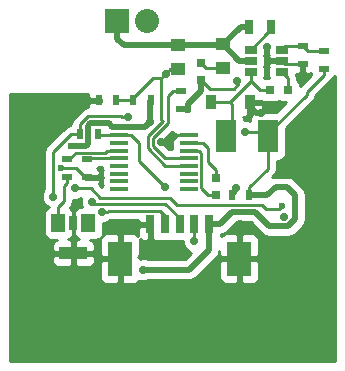
<source format=gbr>
G04 #@! TF.FileFunction,Copper,L1,Top,Signal*
%FSLAX46Y46*%
G04 Gerber Fmt 4.6, Leading zero omitted, Abs format (unit mm)*
G04 Created by KiCad (PCBNEW 4.0.2-stable) date 3/16/2016 8:44:58 PM*
%MOMM*%
G01*
G04 APERTURE LIST*
%ADD10C,0.100000*%
%ADD11R,0.900000X0.500000*%
%ADD12R,0.750000X0.800000*%
%ADD13R,0.800000X0.750000*%
%ADD14R,1.250000X1.000000*%
%ADD15R,0.910000X1.220000*%
%ADD16R,1.778000X2.794000*%
%ADD17R,0.500000X0.900000*%
%ADD18R,0.700000X1.300000*%
%ADD19R,1.200000X1.500000*%
%ADD20R,2.400000X1.100000*%
%ADD21R,0.800000X1.200000*%
%ADD22R,1.000760X0.690880*%
%ADD23R,1.500000X0.450000*%
%ADD24R,2.032000X2.032000*%
%ADD25O,2.032000X2.032000*%
%ADD26R,0.800000X1.600000*%
%ADD27R,2.100000X3.000000*%
%ADD28C,0.700000*%
%ADD29C,0.600000*%
%ADD30C,0.250000*%
%ADD31C,0.500000*%
%ADD32C,0.254000*%
G04 APERTURE END LIST*
D10*
D11*
X159200000Y-84000000D03*
X159200000Y-82500000D03*
D12*
X162150000Y-91300000D03*
X162150000Y-89800000D03*
D13*
X168250000Y-82400000D03*
X166750000Y-82400000D03*
D14*
X158950000Y-78600000D03*
X158950000Y-80600000D03*
X162750000Y-78500000D03*
X162750000Y-80500000D03*
D12*
X160900000Y-81550000D03*
X160900000Y-80050000D03*
D15*
X161765000Y-83400000D03*
X165035000Y-83400000D03*
D16*
X163022000Y-86300000D03*
X166578000Y-86300000D03*
D11*
X149550000Y-88250000D03*
X149550000Y-89750000D03*
X151250000Y-88250000D03*
X151250000Y-89750000D03*
D17*
X152150000Y-86100000D03*
X150650000Y-86100000D03*
X165000000Y-91300000D03*
X163500000Y-91300000D03*
D18*
X164950000Y-77000000D03*
X166850000Y-77000000D03*
D17*
X156650000Y-83250000D03*
X155150000Y-83250000D03*
X153750000Y-83250000D03*
X152250000Y-83250000D03*
D19*
X151370000Y-93660000D03*
X148830000Y-93660000D03*
D20*
X150100000Y-96200000D03*
D21*
X150100000Y-93660000D03*
D11*
X171300000Y-80600000D03*
X171300000Y-79100000D03*
X169500000Y-78650000D03*
X169500000Y-80150000D03*
D22*
X167750480Y-80849960D03*
X167750480Y-79900000D03*
X167750480Y-78950040D03*
X165149520Y-78950040D03*
X165149520Y-79900000D03*
X165149520Y-80849960D03*
D23*
X159850000Y-90765000D03*
X159850000Y-90115000D03*
X159850000Y-89465000D03*
X159850000Y-88815000D03*
X159850000Y-88165000D03*
X159850000Y-87515000D03*
X159850000Y-86865000D03*
X159850000Y-86215000D03*
X153950000Y-86215000D03*
X153950000Y-86865000D03*
X153950000Y-87515000D03*
X153950000Y-88165000D03*
X153950000Y-88815000D03*
X153950000Y-89465000D03*
X153950000Y-90115000D03*
X153950000Y-90765000D03*
D24*
X153800000Y-76500000D03*
D25*
X156340000Y-76500000D03*
D26*
X156600000Y-93750000D03*
X157850000Y-93750000D03*
X159100000Y-93750000D03*
X160350000Y-93750000D03*
X161600000Y-93750000D03*
D27*
X154050000Y-96650000D03*
X164150000Y-96650000D03*
D28*
X157900000Y-81000000D03*
D29*
X149025007Y-89005654D03*
X158950000Y-95300000D03*
D28*
X166500000Y-78700000D03*
X169800000Y-81400000D03*
X157500000Y-86800000D03*
X165991746Y-84352998D03*
X160900000Y-80050000D03*
X167900000Y-93100000D03*
X164200000Y-93694990D03*
D29*
X159800000Y-84100000D03*
X149900011Y-87099989D03*
D28*
X156600000Y-85100000D03*
X156000000Y-97600000D03*
X164600000Y-85900000D03*
X163950000Y-81600000D03*
X152500000Y-92675010D03*
X151700000Y-91824990D03*
X160350000Y-95200000D03*
X148400000Y-91400000D03*
X154700000Y-84699989D03*
D29*
X167750000Y-92200000D03*
D28*
X150200000Y-90700000D03*
X157825000Y-90600000D03*
X163850000Y-90690011D03*
D30*
X155150000Y-83250000D02*
X153750000Y-83250000D01*
X157550001Y-81349999D02*
X156850001Y-81349999D01*
X156850001Y-81349999D02*
X155150000Y-83050000D01*
X155150000Y-83050000D02*
X155150000Y-83250000D01*
X157900000Y-81000000D02*
X157550001Y-81349999D01*
X159850000Y-88815000D02*
X157879588Y-88815000D01*
X157879588Y-88815000D02*
X156374989Y-87310401D01*
X156374989Y-87310401D02*
X156374990Y-86289598D01*
X156374990Y-86289598D02*
X157649990Y-85014598D01*
X157649990Y-85014598D02*
X157550001Y-84914609D01*
X157550001Y-84914609D02*
X157550001Y-81349999D01*
X158950000Y-80600000D02*
X158300000Y-80600000D01*
X158300000Y-80600000D02*
X157900000Y-81000000D01*
X159850000Y-86215000D02*
X158850000Y-86215000D01*
X158850000Y-86215000D02*
X158265000Y-86800000D01*
X158265000Y-86800000D02*
X157994974Y-86800000D01*
X157500000Y-86800000D02*
X157994974Y-86800000D01*
X151250000Y-89750000D02*
X151050000Y-89750000D01*
X151050000Y-89750000D02*
X150305654Y-89005654D01*
X150305654Y-89005654D02*
X149025007Y-89005654D01*
X162750000Y-80500000D02*
X161350000Y-80500000D01*
X161350000Y-80500000D02*
X160900000Y-80050000D01*
D31*
X166500000Y-79649900D02*
X166500000Y-78700000D01*
X167750480Y-79900000D02*
X166750100Y-79900000D01*
X166750100Y-79900000D02*
X166500000Y-79649900D01*
X169500000Y-81100000D02*
X169800000Y-81400000D01*
X169500000Y-80150000D02*
X169500000Y-81100000D01*
X165035000Y-83835000D02*
X165552998Y-84352998D01*
X165552998Y-84352998D02*
X165991746Y-84352998D01*
X165035000Y-83400000D02*
X165035000Y-83835000D01*
D30*
X169500000Y-80150000D02*
X168000480Y-80150000D01*
X168000480Y-80150000D02*
X167750480Y-79900000D01*
X159800000Y-84100000D02*
X159300000Y-84100000D01*
X159300000Y-84100000D02*
X159200000Y-84000000D01*
D31*
X160900000Y-81550000D02*
X160900000Y-82450000D01*
X159800000Y-83550000D02*
X159800000Y-83605026D01*
X160900000Y-82450000D02*
X159800000Y-83550000D01*
X159800000Y-83605026D02*
X159800000Y-84100000D01*
X153400000Y-85499999D02*
X153100000Y-85199999D01*
X153100000Y-85199999D02*
X151539999Y-85199999D01*
X151539999Y-85199999D02*
X151350001Y-85389997D01*
X151350001Y-85389997D02*
X151350001Y-86910001D01*
X151350001Y-86910001D02*
X151160013Y-87099989D01*
X151160013Y-87099989D02*
X149900011Y-87099989D01*
X156600000Y-85100000D02*
X156600000Y-83300000D01*
X156600000Y-83300000D02*
X156650000Y-83250000D01*
D30*
X155175001Y-85374999D02*
X153400000Y-85499999D01*
D31*
X156200001Y-85499999D02*
X154233189Y-85499999D01*
X156600000Y-85100000D02*
X156200001Y-85499999D01*
X154233189Y-85499999D02*
X153400000Y-85499999D01*
X161600000Y-95900000D02*
X159900000Y-97600000D01*
X159900000Y-97600000D02*
X156000000Y-97600000D01*
X161600000Y-93750000D02*
X161600000Y-95900000D01*
X165000000Y-91300000D02*
X166515998Y-91300000D01*
X166515998Y-91300000D02*
X167215999Y-90599999D01*
X167215999Y-90599999D02*
X168199999Y-90599999D01*
X166700001Y-93900001D02*
X165500000Y-92700000D01*
X168199999Y-90599999D02*
X168900000Y-91300000D01*
X165500000Y-92700000D02*
X163550000Y-92700000D01*
X162500000Y-93750000D02*
X161600000Y-93750000D01*
X168900000Y-91300000D02*
X168900000Y-93284002D01*
X163550000Y-92700000D02*
X162500000Y-93750000D01*
X168900000Y-93284002D02*
X168284001Y-93900001D01*
X168284001Y-93900001D02*
X166700001Y-93900001D01*
D30*
X171300000Y-80600000D02*
X171300000Y-81100000D01*
X171300000Y-81100000D02*
X169850000Y-82550000D01*
X169850000Y-82550000D02*
X169850000Y-82770000D01*
X164600000Y-85900000D02*
X166178000Y-85900000D01*
X166178000Y-85900000D02*
X166578000Y-86300000D01*
X165000000Y-91300000D02*
X165000000Y-91500000D01*
X166578000Y-86300000D02*
X166578000Y-86808000D01*
X165000000Y-90600000D02*
X166578000Y-89022000D01*
X166578000Y-89022000D02*
X166578000Y-86300000D01*
X165000000Y-90600000D02*
X165000000Y-91300000D01*
X167078000Y-86050000D02*
X167078000Y-86558000D01*
X169850000Y-82770000D02*
X167078000Y-85542000D01*
X167078000Y-85542000D02*
X167078000Y-86050000D01*
X163700000Y-82250000D02*
X164073482Y-81876518D01*
X164073482Y-81876518D02*
X164073482Y-81789998D01*
X161625000Y-82250000D02*
X163700000Y-82250000D01*
X160750000Y-81350000D02*
X160750000Y-81375000D01*
X160750000Y-81375000D02*
X161625000Y-82250000D01*
D31*
X158950000Y-78600000D02*
X162650000Y-78600000D01*
X162650000Y-78600000D02*
X162750000Y-78500000D01*
X158950000Y-78600000D02*
X154384000Y-78600000D01*
X154384000Y-78600000D02*
X153800000Y-78016000D01*
X153800000Y-78016000D02*
X153800000Y-76500000D01*
X165149520Y-79900000D02*
X164150000Y-79900000D01*
X164150000Y-79900000D02*
X162750000Y-78500000D01*
X164950000Y-77000000D02*
X164250000Y-77000000D01*
X164250000Y-77000000D02*
X162750000Y-78500000D01*
D30*
X159075000Y-78600000D02*
X158950000Y-78600000D01*
X152500000Y-92675010D02*
X152994974Y-92675010D01*
X157424999Y-92624999D02*
X157850000Y-93050000D01*
X152994974Y-92675010D02*
X153044985Y-92624999D01*
X153044985Y-92624999D02*
X157424999Y-92624999D01*
X157850000Y-93050000D02*
X157850000Y-93750000D01*
X157885002Y-92000000D02*
X151800000Y-92000000D01*
X159100000Y-93214998D02*
X157885002Y-92000000D01*
X151800000Y-92000000D02*
X151800000Y-91924990D01*
X151800000Y-91924990D02*
X151700000Y-91824990D01*
X159100000Y-93750000D02*
X159100000Y-93214998D01*
X159100000Y-93750000D02*
X159100000Y-94285002D01*
X160350000Y-94800000D02*
X160350000Y-95200000D01*
X160350000Y-93750000D02*
X160350000Y-94800000D01*
X150650000Y-86100000D02*
X149900998Y-86100000D01*
X149900998Y-86100000D02*
X148400000Y-87600998D01*
X148400000Y-87600998D02*
X148400000Y-90905026D01*
X148400000Y-90905026D02*
X148400000Y-91400000D01*
X154105037Y-84600000D02*
X151326812Y-84600000D01*
X150650000Y-85276812D02*
X150650000Y-85400000D01*
X150650000Y-85400000D02*
X150650000Y-86100000D01*
X151326812Y-84600000D02*
X150650000Y-85276812D01*
X154700000Y-84699989D02*
X154205026Y-84699989D01*
X154205026Y-84699989D02*
X154105037Y-84600000D01*
X154700000Y-84700000D02*
X154700000Y-84699989D01*
X166850000Y-77000000D02*
X166850000Y-77249560D01*
X166850000Y-77249560D02*
X166450000Y-77649560D01*
X166450000Y-77649560D02*
X165149520Y-78950040D01*
X171300000Y-79100000D02*
X169950000Y-79100000D01*
X169950000Y-79100000D02*
X169500000Y-78650000D01*
X169500000Y-78650000D02*
X168050520Y-78650000D01*
X168050520Y-78650000D02*
X167750480Y-78950040D01*
X167525001Y-92424999D02*
X167750000Y-92200000D01*
X166074990Y-92124990D02*
X166374999Y-92424999D01*
X166374999Y-92424999D02*
X167525001Y-92424999D01*
X158875001Y-92075001D02*
X158924990Y-92124990D01*
X158924990Y-92124990D02*
X166074990Y-92124990D01*
X158300000Y-91500000D02*
X158875001Y-92075001D01*
X152374012Y-91500000D02*
X158300000Y-91500000D01*
X152374012Y-91500000D02*
X151574012Y-90700000D01*
X151574012Y-90700000D02*
X150200000Y-90700000D01*
X153950000Y-86215000D02*
X152235000Y-86215000D01*
X152235000Y-86215000D02*
X152150000Y-86300000D01*
X157825000Y-90600000D02*
X155650000Y-88425000D01*
X155650000Y-86850000D02*
X155015000Y-86215000D01*
X155015000Y-86215000D02*
X153950000Y-86215000D01*
X155650000Y-88425000D02*
X155650000Y-86850000D01*
X168250000Y-82400000D02*
X168250000Y-81349480D01*
X168250000Y-81349480D02*
X167750480Y-80849960D01*
X163522000Y-86050000D02*
X163522000Y-83533518D01*
X163522000Y-83533518D02*
X163388482Y-83400000D01*
X166750000Y-82400000D02*
X165910558Y-82400000D01*
X165910558Y-82400000D02*
X165149520Y-81638962D01*
X165149520Y-80849960D02*
X165149520Y-81638962D01*
X161765000Y-83400000D02*
X163388482Y-83400000D01*
X163388482Y-83400000D02*
X165149520Y-81638962D01*
X159850000Y-87515000D02*
X160760002Y-87515000D01*
X160760002Y-87515000D02*
X160925001Y-87679999D01*
X160925001Y-87679999D02*
X160925001Y-90700001D01*
X160925001Y-90700001D02*
X161525000Y-91300000D01*
X161525000Y-91300000D02*
X162150000Y-91300000D01*
X161500000Y-87250000D02*
X161500000Y-88500000D01*
X161500000Y-88500000D02*
X162150000Y-89150000D01*
X162150000Y-89150000D02*
X162150000Y-89800000D01*
X161115000Y-86865000D02*
X161500000Y-87250000D01*
X160850000Y-86865000D02*
X161115000Y-86865000D01*
X160915000Y-86865000D02*
X160850000Y-86865000D01*
X160850000Y-86865000D02*
X159850000Y-86865000D01*
X159850000Y-88165000D02*
X157865998Y-88165000D01*
X158500000Y-82500000D02*
X159200000Y-82500000D01*
X157865998Y-88165000D02*
X156824999Y-87124001D01*
X156824999Y-87124001D02*
X156824999Y-86475999D01*
X156824999Y-86475999D02*
X158100000Y-85200998D01*
X158100000Y-85200998D02*
X158100000Y-82900000D01*
X158100000Y-82900000D02*
X158500000Y-82500000D01*
X153950000Y-87515000D02*
X152950000Y-87515000D01*
X152950000Y-87515000D02*
X152790001Y-87674999D01*
X152790001Y-87674999D02*
X150325001Y-87674999D01*
X150325001Y-87674999D02*
X149750000Y-88250000D01*
X149750000Y-88250000D02*
X149550000Y-88250000D01*
X149300000Y-91800000D02*
X148830000Y-92270000D01*
X148830000Y-92270000D02*
X148830000Y-93660000D01*
X149300000Y-90500000D02*
X149300000Y-91800000D01*
X149550000Y-90250000D02*
X149300000Y-90500000D01*
X149550000Y-89750000D02*
X149550000Y-90250000D01*
X149550000Y-89750000D02*
X149530000Y-89770000D01*
X151250000Y-88250000D02*
X151450000Y-88250000D01*
X153950000Y-88165000D02*
X151335000Y-88165000D01*
X151335000Y-88165000D02*
X151250000Y-88250000D01*
X163850000Y-90690011D02*
X163850000Y-90950000D01*
X163850000Y-90950000D02*
X163500000Y-91300000D01*
X163400000Y-91200000D02*
X163500000Y-91300000D01*
X163500000Y-91300000D02*
X163500000Y-91500000D01*
D32*
G36*
X172290000Y-105290000D02*
X144710000Y-105290000D01*
X144710000Y-96485750D01*
X148265000Y-96485750D01*
X148265000Y-96876310D01*
X148361673Y-97109699D01*
X148540302Y-97288327D01*
X148773691Y-97385000D01*
X149814250Y-97385000D01*
X149973000Y-97226250D01*
X149973000Y-96327000D01*
X150227000Y-96327000D01*
X150227000Y-97226250D01*
X150385750Y-97385000D01*
X151426309Y-97385000D01*
X151659698Y-97288327D01*
X151838327Y-97109699D01*
X151910379Y-96935750D01*
X152365000Y-96935750D01*
X152365000Y-98276310D01*
X152461673Y-98509699D01*
X152640302Y-98688327D01*
X152873691Y-98785000D01*
X153764250Y-98785000D01*
X153923000Y-98626250D01*
X153923000Y-96777000D01*
X152523750Y-96777000D01*
X152365000Y-96935750D01*
X151910379Y-96935750D01*
X151935000Y-96876310D01*
X151935000Y-96485750D01*
X151776250Y-96327000D01*
X150227000Y-96327000D01*
X149973000Y-96327000D01*
X148423750Y-96327000D01*
X148265000Y-96485750D01*
X144710000Y-96485750D01*
X144710000Y-82727000D01*
X151365000Y-82727000D01*
X151365000Y-82964250D01*
X151523750Y-83123000D01*
X152125000Y-83123000D01*
X152125000Y-83103000D01*
X152375000Y-83103000D01*
X152375000Y-83123000D01*
X152397000Y-83123000D01*
X152397000Y-83377000D01*
X152375000Y-83377000D01*
X152375000Y-83397000D01*
X152125000Y-83397000D01*
X152125000Y-83377000D01*
X151523750Y-83377000D01*
X151365000Y-83535750D01*
X151365000Y-83826310D01*
X151370671Y-83840000D01*
X151326812Y-83840000D01*
X151035973Y-83897852D01*
X150789411Y-84062599D01*
X150112599Y-84739411D01*
X149947852Y-84985973D01*
X149891459Y-85269479D01*
X149834194Y-85353288D01*
X149610159Y-85397852D01*
X149363597Y-85562599D01*
X147862599Y-87063597D01*
X147697852Y-87310159D01*
X147640000Y-87600998D01*
X147640000Y-90766889D01*
X147565445Y-90841314D01*
X147415172Y-91203212D01*
X147414830Y-91595069D01*
X147564471Y-91957229D01*
X147841314Y-92234555D01*
X148008933Y-92304157D01*
X147994683Y-92306838D01*
X147778559Y-92445910D01*
X147633569Y-92658110D01*
X147582560Y-92910000D01*
X147582560Y-94410000D01*
X147626838Y-94645317D01*
X147765910Y-94861441D01*
X147978110Y-95006431D01*
X148230000Y-95057440D01*
X148671232Y-95057440D01*
X148540302Y-95111673D01*
X148361673Y-95290301D01*
X148265000Y-95523690D01*
X148265000Y-95914250D01*
X148423750Y-96073000D01*
X149973000Y-96073000D01*
X149973000Y-95173750D01*
X149814250Y-95015000D01*
X149655549Y-95015000D01*
X149665317Y-95013162D01*
X149881441Y-94874090D01*
X150026431Y-94661890D01*
X150077440Y-94410000D01*
X150077440Y-92910000D01*
X150033162Y-92674683D01*
X149894090Y-92458559D01*
X149788434Y-92386368D01*
X149837401Y-92337401D01*
X150002148Y-92090840D01*
X150060000Y-91800000D01*
X150060000Y-91684878D01*
X150395069Y-91685170D01*
X150752913Y-91537313D01*
X150715172Y-91628202D01*
X150714830Y-92020059D01*
X150815029Y-92262560D01*
X150770000Y-92262560D01*
X150534683Y-92306838D01*
X150318559Y-92445910D01*
X150173569Y-92658110D01*
X150122560Y-92910000D01*
X150122560Y-94410000D01*
X150166838Y-94645317D01*
X150305910Y-94861441D01*
X150518110Y-95006431D01*
X150560425Y-95015000D01*
X150385750Y-95015000D01*
X150227000Y-95173750D01*
X150227000Y-96073000D01*
X151776250Y-96073000D01*
X151935000Y-95914250D01*
X151935000Y-95523690D01*
X151838327Y-95290301D01*
X151659698Y-95111673D01*
X151528768Y-95057440D01*
X151970000Y-95057440D01*
X152205317Y-95013162D01*
X152421441Y-94874090D01*
X152435473Y-94853554D01*
X152365000Y-95023690D01*
X152365000Y-96364250D01*
X152523750Y-96523000D01*
X153923000Y-96523000D01*
X153923000Y-94673750D01*
X153764250Y-94515000D01*
X152873691Y-94515000D01*
X152640302Y-94611673D01*
X152515404Y-94736570D01*
X152566431Y-94661890D01*
X152617440Y-94410000D01*
X152617440Y-93660112D01*
X152695069Y-93660180D01*
X153057229Y-93510539D01*
X153167210Y-93400750D01*
X153246394Y-93384999D01*
X155565000Y-93384999D01*
X155565000Y-93464250D01*
X155723750Y-93623000D01*
X156473000Y-93623000D01*
X156473000Y-93603000D01*
X156727000Y-93603000D01*
X156727000Y-93623000D01*
X156747000Y-93623000D01*
X156747000Y-93877000D01*
X156727000Y-93877000D01*
X156727000Y-95026250D01*
X156885750Y-95185000D01*
X157126309Y-95185000D01*
X157212424Y-95149330D01*
X157450000Y-95197440D01*
X158250000Y-95197440D01*
X158483260Y-95153549D01*
X158700000Y-95197440D01*
X159365002Y-95197440D01*
X159364830Y-95395069D01*
X159514471Y-95757229D01*
X159791314Y-96034555D01*
X160089887Y-96158533D01*
X159533420Y-96715000D01*
X156437201Y-96715000D01*
X156196788Y-96615172D01*
X155804931Y-96614830D01*
X155735000Y-96643725D01*
X155735000Y-96522998D01*
X155576252Y-96522998D01*
X155735000Y-96364250D01*
X155735000Y-95023690D01*
X155706246Y-94954272D01*
X155840302Y-95088327D01*
X156073691Y-95185000D01*
X156314250Y-95185000D01*
X156473000Y-95026250D01*
X156473000Y-93877000D01*
X155723750Y-93877000D01*
X155565000Y-94035750D01*
X155565000Y-94676310D01*
X155593754Y-94745728D01*
X155459698Y-94611673D01*
X155226309Y-94515000D01*
X154335750Y-94515000D01*
X154177000Y-94673750D01*
X154177000Y-96523000D01*
X154197000Y-96523000D01*
X154197000Y-96777000D01*
X154177000Y-96777000D01*
X154177000Y-98626250D01*
X154335750Y-98785000D01*
X155226309Y-98785000D01*
X155459698Y-98688327D01*
X155633619Y-98514407D01*
X155803212Y-98584828D01*
X156195069Y-98585170D01*
X156437500Y-98485000D01*
X159899995Y-98485000D01*
X159900000Y-98485001D01*
X160182484Y-98428810D01*
X160238675Y-98417633D01*
X160525790Y-98225790D01*
X161815829Y-96935750D01*
X162465000Y-96935750D01*
X162465000Y-98276310D01*
X162561673Y-98509699D01*
X162740302Y-98688327D01*
X162973691Y-98785000D01*
X163864250Y-98785000D01*
X164023000Y-98626250D01*
X164023000Y-96777000D01*
X164277000Y-96777000D01*
X164277000Y-98626250D01*
X164435750Y-98785000D01*
X165326309Y-98785000D01*
X165559698Y-98688327D01*
X165738327Y-98509699D01*
X165835000Y-98276310D01*
X165835000Y-96935750D01*
X165676250Y-96777000D01*
X164277000Y-96777000D01*
X164023000Y-96777000D01*
X162623750Y-96777000D01*
X162465000Y-96935750D01*
X161815829Y-96935750D01*
X162225787Y-96525792D01*
X162225790Y-96525790D01*
X162417633Y-96238675D01*
X162450588Y-96073000D01*
X162465000Y-96000549D01*
X162465000Y-96364250D01*
X162623750Y-96523000D01*
X164023000Y-96523000D01*
X164023000Y-94673750D01*
X164277000Y-94673750D01*
X164277000Y-96523000D01*
X165676250Y-96523000D01*
X165835000Y-96364250D01*
X165835000Y-95023690D01*
X165738327Y-94790301D01*
X165559698Y-94611673D01*
X165326309Y-94515000D01*
X164435750Y-94515000D01*
X164277000Y-94673750D01*
X164023000Y-94673750D01*
X163864250Y-94515000D01*
X162973691Y-94515000D01*
X162740302Y-94611673D01*
X162608200Y-94743775D01*
X162635693Y-94608009D01*
X162797411Y-94575841D01*
X162838675Y-94567633D01*
X163125790Y-94375790D01*
X163916579Y-93585000D01*
X165133420Y-93585000D01*
X166074209Y-94525788D01*
X166074211Y-94525791D01*
X166361326Y-94717634D01*
X166417517Y-94728811D01*
X166700001Y-94785002D01*
X166700006Y-94785001D01*
X168283996Y-94785001D01*
X168284001Y-94785002D01*
X168566485Y-94728811D01*
X168622676Y-94717634D01*
X168909791Y-94525791D01*
X169525787Y-93909794D01*
X169525790Y-93909792D01*
X169717633Y-93622677D01*
X169724650Y-93587401D01*
X169785001Y-93284002D01*
X169785000Y-93283997D01*
X169785000Y-91300005D01*
X169785001Y-91300000D01*
X169717633Y-90961326D01*
X169717633Y-90961325D01*
X169525790Y-90674210D01*
X169525787Y-90674208D01*
X168825789Y-89974209D01*
X168769859Y-89936838D01*
X168538674Y-89782366D01*
X168453607Y-89765445D01*
X168199999Y-89714998D01*
X168199994Y-89714999D01*
X167216004Y-89714999D01*
X167215999Y-89714998D01*
X166962391Y-89765445D01*
X166896188Y-89778614D01*
X167115401Y-89559401D01*
X167280148Y-89312839D01*
X167338000Y-89022000D01*
X167338000Y-88344440D01*
X167467000Y-88344440D01*
X167702317Y-88300162D01*
X167918441Y-88161090D01*
X168063431Y-87948890D01*
X168114440Y-87697000D01*
X168114440Y-85580362D01*
X170387401Y-83307401D01*
X170552148Y-83060839D01*
X170586460Y-82888342D01*
X171837401Y-81637401D01*
X171956937Y-81458502D01*
X171985317Y-81453162D01*
X172201441Y-81314090D01*
X172290000Y-81184480D01*
X172290000Y-105290000D01*
X172290000Y-105290000D01*
G37*
X172290000Y-105290000D02*
X144710000Y-105290000D01*
X144710000Y-96485750D01*
X148265000Y-96485750D01*
X148265000Y-96876310D01*
X148361673Y-97109699D01*
X148540302Y-97288327D01*
X148773691Y-97385000D01*
X149814250Y-97385000D01*
X149973000Y-97226250D01*
X149973000Y-96327000D01*
X150227000Y-96327000D01*
X150227000Y-97226250D01*
X150385750Y-97385000D01*
X151426309Y-97385000D01*
X151659698Y-97288327D01*
X151838327Y-97109699D01*
X151910379Y-96935750D01*
X152365000Y-96935750D01*
X152365000Y-98276310D01*
X152461673Y-98509699D01*
X152640302Y-98688327D01*
X152873691Y-98785000D01*
X153764250Y-98785000D01*
X153923000Y-98626250D01*
X153923000Y-96777000D01*
X152523750Y-96777000D01*
X152365000Y-96935750D01*
X151910379Y-96935750D01*
X151935000Y-96876310D01*
X151935000Y-96485750D01*
X151776250Y-96327000D01*
X150227000Y-96327000D01*
X149973000Y-96327000D01*
X148423750Y-96327000D01*
X148265000Y-96485750D01*
X144710000Y-96485750D01*
X144710000Y-82727000D01*
X151365000Y-82727000D01*
X151365000Y-82964250D01*
X151523750Y-83123000D01*
X152125000Y-83123000D01*
X152125000Y-83103000D01*
X152375000Y-83103000D01*
X152375000Y-83123000D01*
X152397000Y-83123000D01*
X152397000Y-83377000D01*
X152375000Y-83377000D01*
X152375000Y-83397000D01*
X152125000Y-83397000D01*
X152125000Y-83377000D01*
X151523750Y-83377000D01*
X151365000Y-83535750D01*
X151365000Y-83826310D01*
X151370671Y-83840000D01*
X151326812Y-83840000D01*
X151035973Y-83897852D01*
X150789411Y-84062599D01*
X150112599Y-84739411D01*
X149947852Y-84985973D01*
X149891459Y-85269479D01*
X149834194Y-85353288D01*
X149610159Y-85397852D01*
X149363597Y-85562599D01*
X147862599Y-87063597D01*
X147697852Y-87310159D01*
X147640000Y-87600998D01*
X147640000Y-90766889D01*
X147565445Y-90841314D01*
X147415172Y-91203212D01*
X147414830Y-91595069D01*
X147564471Y-91957229D01*
X147841314Y-92234555D01*
X148008933Y-92304157D01*
X147994683Y-92306838D01*
X147778559Y-92445910D01*
X147633569Y-92658110D01*
X147582560Y-92910000D01*
X147582560Y-94410000D01*
X147626838Y-94645317D01*
X147765910Y-94861441D01*
X147978110Y-95006431D01*
X148230000Y-95057440D01*
X148671232Y-95057440D01*
X148540302Y-95111673D01*
X148361673Y-95290301D01*
X148265000Y-95523690D01*
X148265000Y-95914250D01*
X148423750Y-96073000D01*
X149973000Y-96073000D01*
X149973000Y-95173750D01*
X149814250Y-95015000D01*
X149655549Y-95015000D01*
X149665317Y-95013162D01*
X149881441Y-94874090D01*
X150026431Y-94661890D01*
X150077440Y-94410000D01*
X150077440Y-92910000D01*
X150033162Y-92674683D01*
X149894090Y-92458559D01*
X149788434Y-92386368D01*
X149837401Y-92337401D01*
X150002148Y-92090840D01*
X150060000Y-91800000D01*
X150060000Y-91684878D01*
X150395069Y-91685170D01*
X150752913Y-91537313D01*
X150715172Y-91628202D01*
X150714830Y-92020059D01*
X150815029Y-92262560D01*
X150770000Y-92262560D01*
X150534683Y-92306838D01*
X150318559Y-92445910D01*
X150173569Y-92658110D01*
X150122560Y-92910000D01*
X150122560Y-94410000D01*
X150166838Y-94645317D01*
X150305910Y-94861441D01*
X150518110Y-95006431D01*
X150560425Y-95015000D01*
X150385750Y-95015000D01*
X150227000Y-95173750D01*
X150227000Y-96073000D01*
X151776250Y-96073000D01*
X151935000Y-95914250D01*
X151935000Y-95523690D01*
X151838327Y-95290301D01*
X151659698Y-95111673D01*
X151528768Y-95057440D01*
X151970000Y-95057440D01*
X152205317Y-95013162D01*
X152421441Y-94874090D01*
X152435473Y-94853554D01*
X152365000Y-95023690D01*
X152365000Y-96364250D01*
X152523750Y-96523000D01*
X153923000Y-96523000D01*
X153923000Y-94673750D01*
X153764250Y-94515000D01*
X152873691Y-94515000D01*
X152640302Y-94611673D01*
X152515404Y-94736570D01*
X152566431Y-94661890D01*
X152617440Y-94410000D01*
X152617440Y-93660112D01*
X152695069Y-93660180D01*
X153057229Y-93510539D01*
X153167210Y-93400750D01*
X153246394Y-93384999D01*
X155565000Y-93384999D01*
X155565000Y-93464250D01*
X155723750Y-93623000D01*
X156473000Y-93623000D01*
X156473000Y-93603000D01*
X156727000Y-93603000D01*
X156727000Y-93623000D01*
X156747000Y-93623000D01*
X156747000Y-93877000D01*
X156727000Y-93877000D01*
X156727000Y-95026250D01*
X156885750Y-95185000D01*
X157126309Y-95185000D01*
X157212424Y-95149330D01*
X157450000Y-95197440D01*
X158250000Y-95197440D01*
X158483260Y-95153549D01*
X158700000Y-95197440D01*
X159365002Y-95197440D01*
X159364830Y-95395069D01*
X159514471Y-95757229D01*
X159791314Y-96034555D01*
X160089887Y-96158533D01*
X159533420Y-96715000D01*
X156437201Y-96715000D01*
X156196788Y-96615172D01*
X155804931Y-96614830D01*
X155735000Y-96643725D01*
X155735000Y-96522998D01*
X155576252Y-96522998D01*
X155735000Y-96364250D01*
X155735000Y-95023690D01*
X155706246Y-94954272D01*
X155840302Y-95088327D01*
X156073691Y-95185000D01*
X156314250Y-95185000D01*
X156473000Y-95026250D01*
X156473000Y-93877000D01*
X155723750Y-93877000D01*
X155565000Y-94035750D01*
X155565000Y-94676310D01*
X155593754Y-94745728D01*
X155459698Y-94611673D01*
X155226309Y-94515000D01*
X154335750Y-94515000D01*
X154177000Y-94673750D01*
X154177000Y-96523000D01*
X154197000Y-96523000D01*
X154197000Y-96777000D01*
X154177000Y-96777000D01*
X154177000Y-98626250D01*
X154335750Y-98785000D01*
X155226309Y-98785000D01*
X155459698Y-98688327D01*
X155633619Y-98514407D01*
X155803212Y-98584828D01*
X156195069Y-98585170D01*
X156437500Y-98485000D01*
X159899995Y-98485000D01*
X159900000Y-98485001D01*
X160182484Y-98428810D01*
X160238675Y-98417633D01*
X160525790Y-98225790D01*
X161815829Y-96935750D01*
X162465000Y-96935750D01*
X162465000Y-98276310D01*
X162561673Y-98509699D01*
X162740302Y-98688327D01*
X162973691Y-98785000D01*
X163864250Y-98785000D01*
X164023000Y-98626250D01*
X164023000Y-96777000D01*
X164277000Y-96777000D01*
X164277000Y-98626250D01*
X164435750Y-98785000D01*
X165326309Y-98785000D01*
X165559698Y-98688327D01*
X165738327Y-98509699D01*
X165835000Y-98276310D01*
X165835000Y-96935750D01*
X165676250Y-96777000D01*
X164277000Y-96777000D01*
X164023000Y-96777000D01*
X162623750Y-96777000D01*
X162465000Y-96935750D01*
X161815829Y-96935750D01*
X162225787Y-96525792D01*
X162225790Y-96525790D01*
X162417633Y-96238675D01*
X162450588Y-96073000D01*
X162465000Y-96000549D01*
X162465000Y-96364250D01*
X162623750Y-96523000D01*
X164023000Y-96523000D01*
X164023000Y-94673750D01*
X164277000Y-94673750D01*
X164277000Y-96523000D01*
X165676250Y-96523000D01*
X165835000Y-96364250D01*
X165835000Y-95023690D01*
X165738327Y-94790301D01*
X165559698Y-94611673D01*
X165326309Y-94515000D01*
X164435750Y-94515000D01*
X164277000Y-94673750D01*
X164023000Y-94673750D01*
X163864250Y-94515000D01*
X162973691Y-94515000D01*
X162740302Y-94611673D01*
X162608200Y-94743775D01*
X162635693Y-94608009D01*
X162797411Y-94575841D01*
X162838675Y-94567633D01*
X163125790Y-94375790D01*
X163916579Y-93585000D01*
X165133420Y-93585000D01*
X166074209Y-94525788D01*
X166074211Y-94525791D01*
X166361326Y-94717634D01*
X166417517Y-94728811D01*
X166700001Y-94785002D01*
X166700006Y-94785001D01*
X168283996Y-94785001D01*
X168284001Y-94785002D01*
X168566485Y-94728811D01*
X168622676Y-94717634D01*
X168909791Y-94525791D01*
X169525787Y-93909794D01*
X169525790Y-93909792D01*
X169717633Y-93622677D01*
X169724650Y-93587401D01*
X169785001Y-93284002D01*
X169785000Y-93283997D01*
X169785000Y-91300005D01*
X169785001Y-91300000D01*
X169717633Y-90961326D01*
X169717633Y-90961325D01*
X169525790Y-90674210D01*
X169525787Y-90674208D01*
X168825789Y-89974209D01*
X168769859Y-89936838D01*
X168538674Y-89782366D01*
X168453607Y-89765445D01*
X168199999Y-89714998D01*
X168199994Y-89714999D01*
X167216004Y-89714999D01*
X167215999Y-89714998D01*
X166962391Y-89765445D01*
X166896188Y-89778614D01*
X167115401Y-89559401D01*
X167280148Y-89312839D01*
X167338000Y-89022000D01*
X167338000Y-88344440D01*
X167467000Y-88344440D01*
X167702317Y-88300162D01*
X167918441Y-88161090D01*
X168063431Y-87948890D01*
X168114440Y-87697000D01*
X168114440Y-85580362D01*
X170387401Y-83307401D01*
X170552148Y-83060839D01*
X170586460Y-82888342D01*
X171837401Y-81637401D01*
X171956937Y-81458502D01*
X171985317Y-81453162D01*
X172201441Y-81314090D01*
X172290000Y-81184480D01*
X172290000Y-105290000D01*
G36*
X152552560Y-89040000D02*
X152572067Y-89143671D01*
X152552560Y-89240000D01*
X152552560Y-89690000D01*
X152572067Y-89793671D01*
X152552560Y-89890000D01*
X152552560Y-90340000D01*
X152572067Y-90443671D01*
X152552560Y-90540000D01*
X152552560Y-90603746D01*
X152258884Y-90310070D01*
X152335000Y-90126309D01*
X152335000Y-90033750D01*
X152176250Y-89875000D01*
X151377000Y-89875000D01*
X151377000Y-89897000D01*
X151123000Y-89897000D01*
X151123000Y-89875000D01*
X151103000Y-89875000D01*
X151103000Y-89625000D01*
X151123000Y-89625000D01*
X151123000Y-89603000D01*
X151377000Y-89603000D01*
X151377000Y-89625000D01*
X152176250Y-89625000D01*
X152335000Y-89466250D01*
X152335000Y-89373691D01*
X152238327Y-89140302D01*
X152097090Y-88999064D01*
X152151441Y-88964090D01*
X152178150Y-88925000D01*
X152552560Y-88925000D01*
X152552560Y-89040000D01*
X152552560Y-89040000D01*
G37*
X152552560Y-89040000D02*
X152572067Y-89143671D01*
X152552560Y-89240000D01*
X152552560Y-89690000D01*
X152572067Y-89793671D01*
X152552560Y-89890000D01*
X152552560Y-90340000D01*
X152572067Y-90443671D01*
X152552560Y-90540000D01*
X152552560Y-90603746D01*
X152258884Y-90310070D01*
X152335000Y-90126309D01*
X152335000Y-90033750D01*
X152176250Y-89875000D01*
X151377000Y-89875000D01*
X151377000Y-89897000D01*
X151123000Y-89897000D01*
X151123000Y-89875000D01*
X151103000Y-89875000D01*
X151103000Y-89625000D01*
X151123000Y-89625000D01*
X151123000Y-89603000D01*
X151377000Y-89603000D01*
X151377000Y-89625000D01*
X152176250Y-89625000D01*
X152335000Y-89466250D01*
X152335000Y-89373691D01*
X152238327Y-89140302D01*
X152097090Y-88999064D01*
X152151441Y-88964090D01*
X152178150Y-88925000D01*
X152552560Y-88925000D01*
X152552560Y-89040000D01*
G36*
X158465000Y-85943750D02*
X158623750Y-86102500D01*
X158762641Y-86102500D01*
X158648559Y-86175910D01*
X158503569Y-86388110D01*
X158488442Y-86462808D01*
X158465000Y-86486250D01*
X158465000Y-86566310D01*
X158466667Y-86570335D01*
X158452560Y-86640000D01*
X158452560Y-87090000D01*
X158472067Y-87193671D01*
X158452560Y-87290000D01*
X158452560Y-87405000D01*
X158180800Y-87405000D01*
X157584999Y-86809199D01*
X157584999Y-86790801D01*
X158465000Y-85910800D01*
X158465000Y-85943750D01*
X158465000Y-85943750D01*
G37*
X158465000Y-85943750D02*
X158623750Y-86102500D01*
X158762641Y-86102500D01*
X158648559Y-86175910D01*
X158503569Y-86388110D01*
X158488442Y-86462808D01*
X158465000Y-86486250D01*
X158465000Y-86566310D01*
X158466667Y-86570335D01*
X158452560Y-86640000D01*
X158452560Y-87090000D01*
X158472067Y-87193671D01*
X158452560Y-87290000D01*
X158452560Y-87405000D01*
X158180800Y-87405000D01*
X157584999Y-86809199D01*
X157584999Y-86790801D01*
X158465000Y-85910800D01*
X158465000Y-85943750D01*
G36*
X165162000Y-83273000D02*
X165954051Y-83273000D01*
X166098110Y-83371431D01*
X166350000Y-83422440D01*
X167150000Y-83422440D01*
X167385317Y-83378162D01*
X167499978Y-83304380D01*
X167598110Y-83371431D01*
X167850000Y-83422440D01*
X168122758Y-83422440D01*
X167289638Y-84255560D01*
X166075605Y-84255560D01*
X166125000Y-84136310D01*
X166125000Y-83685750D01*
X165966250Y-83527000D01*
X165162000Y-83527000D01*
X165162000Y-84486250D01*
X165187672Y-84511922D01*
X165092569Y-84651110D01*
X165041560Y-84903000D01*
X165041560Y-85016810D01*
X164796788Y-84915172D01*
X164558440Y-84914964D01*
X164558440Y-84903000D01*
X164514162Y-84667683D01*
X164499566Y-84645000D01*
X164749250Y-84645000D01*
X164908000Y-84486250D01*
X164908000Y-83527000D01*
X164888000Y-83527000D01*
X164888000Y-83273000D01*
X164908000Y-83273000D01*
X164908000Y-83253000D01*
X165162000Y-83253000D01*
X165162000Y-83273000D01*
X165162000Y-83273000D01*
G37*
X165162000Y-83273000D02*
X165954051Y-83273000D01*
X166098110Y-83371431D01*
X166350000Y-83422440D01*
X167150000Y-83422440D01*
X167385317Y-83378162D01*
X167499978Y-83304380D01*
X167598110Y-83371431D01*
X167850000Y-83422440D01*
X168122758Y-83422440D01*
X167289638Y-84255560D01*
X166075605Y-84255560D01*
X166125000Y-84136310D01*
X166125000Y-83685750D01*
X165966250Y-83527000D01*
X165162000Y-83527000D01*
X165162000Y-84486250D01*
X165187672Y-84511922D01*
X165092569Y-84651110D01*
X165041560Y-84903000D01*
X165041560Y-85016810D01*
X164796788Y-84915172D01*
X164558440Y-84914964D01*
X164558440Y-84903000D01*
X164514162Y-84667683D01*
X164499566Y-84645000D01*
X164749250Y-84645000D01*
X164908000Y-84486250D01*
X164908000Y-83527000D01*
X164888000Y-83527000D01*
X164888000Y-83273000D01*
X164908000Y-83273000D01*
X164908000Y-83253000D01*
X165162000Y-83253000D01*
X165162000Y-83273000D01*
G36*
X169627000Y-80025000D02*
X169647000Y-80025000D01*
X169647000Y-80275000D01*
X169627000Y-80275000D01*
X169627000Y-80876250D01*
X169785750Y-81035000D01*
X170076310Y-81035000D01*
X170225725Y-80973110D01*
X170245736Y-81079462D01*
X169312599Y-82012599D01*
X169297440Y-82035286D01*
X169297440Y-82025000D01*
X169253162Y-81789683D01*
X169114090Y-81573559D01*
X169010000Y-81502437D01*
X169010000Y-81349480D01*
X168952148Y-81058641D01*
X168936352Y-81035000D01*
X169214250Y-81035000D01*
X169373000Y-80876250D01*
X169373000Y-80275000D01*
X169353000Y-80275000D01*
X169353000Y-80025000D01*
X169373000Y-80025000D01*
X169373000Y-80003000D01*
X169627000Y-80003000D01*
X169627000Y-80025000D01*
X169627000Y-80025000D01*
G37*
X169627000Y-80025000D02*
X169647000Y-80025000D01*
X169647000Y-80275000D01*
X169627000Y-80275000D01*
X169627000Y-80876250D01*
X169785750Y-81035000D01*
X170076310Y-81035000D01*
X170225725Y-80973110D01*
X170245736Y-81079462D01*
X169312599Y-82012599D01*
X169297440Y-82035286D01*
X169297440Y-82025000D01*
X169253162Y-81789683D01*
X169114090Y-81573559D01*
X169010000Y-81502437D01*
X169010000Y-81349480D01*
X168952148Y-81058641D01*
X168936352Y-81035000D01*
X169214250Y-81035000D01*
X169373000Y-80876250D01*
X169373000Y-80275000D01*
X169353000Y-80275000D01*
X169353000Y-80025000D01*
X169373000Y-80025000D01*
X169373000Y-80003000D01*
X169627000Y-80003000D01*
X169627000Y-80025000D01*
G36*
X166602660Y-78604600D02*
X166602660Y-79295480D01*
X166623725Y-79407429D01*
X166615100Y-79428251D01*
X166615100Y-79614250D01*
X166773850Y-79773000D01*
X166824178Y-79773000D01*
X166998210Y-79891911D01*
X167030374Y-79898424D01*
X167014783Y-79901358D01*
X166819530Y-80027000D01*
X166773850Y-80027000D01*
X166615100Y-80185750D01*
X166615100Y-80371749D01*
X166624803Y-80395174D01*
X166602660Y-80504520D01*
X166602660Y-81195400D01*
X166636936Y-81377560D01*
X166350000Y-81377560D01*
X166256904Y-81395077D01*
X166297340Y-81195400D01*
X166297340Y-80504520D01*
X166272071Y-80370224D01*
X166297340Y-80245440D01*
X166297340Y-79554560D01*
X166272071Y-79420264D01*
X166297340Y-79295480D01*
X166297340Y-78877022D01*
X166611014Y-78563348D01*
X166602660Y-78604600D01*
X166602660Y-78604600D01*
G37*
X166602660Y-78604600D02*
X166602660Y-79295480D01*
X166623725Y-79407429D01*
X166615100Y-79428251D01*
X166615100Y-79614250D01*
X166773850Y-79773000D01*
X166824178Y-79773000D01*
X166998210Y-79891911D01*
X167030374Y-79898424D01*
X167014783Y-79901358D01*
X166819530Y-80027000D01*
X166773850Y-80027000D01*
X166615100Y-80185750D01*
X166615100Y-80371749D01*
X166624803Y-80395174D01*
X166602660Y-80504520D01*
X166602660Y-81195400D01*
X166636936Y-81377560D01*
X166350000Y-81377560D01*
X166256904Y-81395077D01*
X166297340Y-81195400D01*
X166297340Y-80504520D01*
X166272071Y-80370224D01*
X166297340Y-80245440D01*
X166297340Y-79554560D01*
X166272071Y-79420264D01*
X166297340Y-79295480D01*
X166297340Y-78877022D01*
X166611014Y-78563348D01*
X166602660Y-78604600D01*
G36*
X162877000Y-80373000D02*
X162897000Y-80373000D01*
X162897000Y-80627000D01*
X162877000Y-80627000D01*
X162877000Y-80647000D01*
X162623000Y-80647000D01*
X162623000Y-80627000D01*
X162603000Y-80627000D01*
X162603000Y-80373000D01*
X162623000Y-80373000D01*
X162623000Y-80353000D01*
X162877000Y-80353000D01*
X162877000Y-80373000D01*
X162877000Y-80373000D01*
G37*
X162877000Y-80373000D02*
X162897000Y-80373000D01*
X162897000Y-80627000D01*
X162877000Y-80627000D01*
X162877000Y-80647000D01*
X162623000Y-80647000D01*
X162623000Y-80627000D01*
X162603000Y-80627000D01*
X162603000Y-80373000D01*
X162623000Y-80373000D01*
X162623000Y-80353000D01*
X162877000Y-80353000D01*
X162877000Y-80373000D01*
G36*
X161027000Y-79923000D02*
X161047000Y-79923000D01*
X161047000Y-80177000D01*
X161027000Y-80177000D01*
X161027000Y-80197000D01*
X160773000Y-80197000D01*
X160773000Y-80177000D01*
X160753000Y-80177000D01*
X160753000Y-79923000D01*
X160773000Y-79923000D01*
X160773000Y-79903000D01*
X161027000Y-79903000D01*
X161027000Y-79923000D01*
X161027000Y-79923000D01*
G37*
X161027000Y-79923000D02*
X161047000Y-79923000D01*
X161047000Y-80177000D01*
X161027000Y-80177000D01*
X161027000Y-80197000D01*
X160773000Y-80197000D01*
X160773000Y-80177000D01*
X160753000Y-80177000D01*
X160753000Y-79923000D01*
X160773000Y-79923000D01*
X160773000Y-79903000D01*
X161027000Y-79903000D01*
X161027000Y-79923000D01*
M02*

</source>
